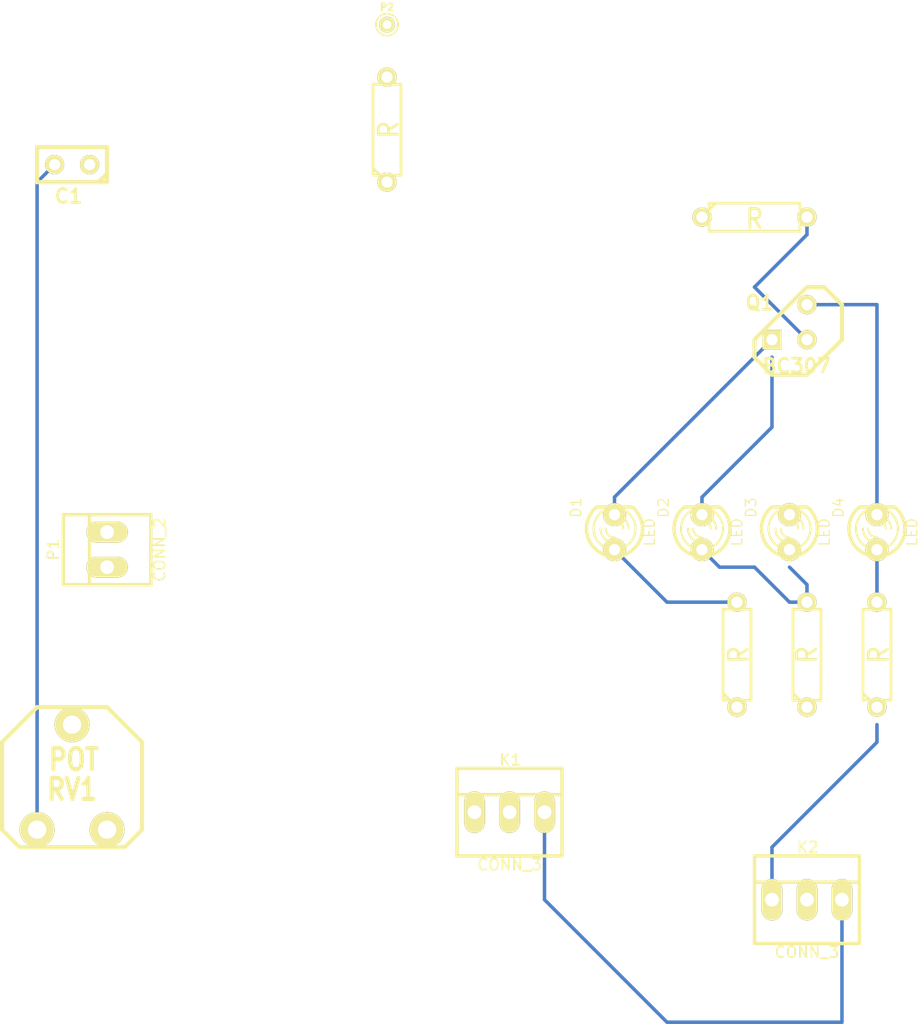
<source format=kicad_pcb>
(kicad_pcb (version 3) (host pcbnew "(2013-jul-07)-stable")

  (general
    (links 18)
    (no_connects 10)
    (area 176.123599 98.49104 243.24945 172.847001)
    (thickness 1.6)
    (drawings 0)
    (tracks 28)
    (zones 0)
    (modules 16)
    (nets 13)
  )

  (page A3)
  (layers
    (15 F.Cu signal)
    (0 B.Cu signal)
    (16 B.Adhes user)
    (17 F.Adhes user)
    (18 B.Paste user)
    (19 F.Paste user)
    (20 B.SilkS user)
    (21 F.SilkS user)
    (22 B.Mask user)
    (23 F.Mask user)
    (24 Dwgs.User user)
    (25 Cmts.User user)
    (26 Eco1.User user)
    (27 Eco2.User user)
    (28 Edge.Cuts user)
  )

  (setup
    (last_trace_width 0.254)
    (trace_clearance 0.254)
    (zone_clearance 0.508)
    (zone_45_only no)
    (trace_min 0.254)
    (segment_width 0.2)
    (edge_width 0.15)
    (via_size 0.889)
    (via_drill 0.635)
    (via_min_size 0.889)
    (via_min_drill 0.508)
    (uvia_size 0.508)
    (uvia_drill 0.127)
    (uvias_allowed no)
    (uvia_min_size 0.508)
    (uvia_min_drill 0.127)
    (pcb_text_width 0.3)
    (pcb_text_size 1 1)
    (mod_edge_width 0.15)
    (mod_text_size 1 1)
    (mod_text_width 0.15)
    (pad_size 2.54 2.54)
    (pad_drill 1.3208)
    (pad_to_mask_clearance 0)
    (aux_axis_origin 0 0)
    (visible_elements FFFFFFBF)
    (pcbplotparams
      (layerselection 3178497)
      (usegerberextensions true)
      (excludeedgelayer true)
      (linewidth 0.150000)
      (plotframeref false)
      (viasonmask false)
      (mode 1)
      (useauxorigin false)
      (hpglpennumber 1)
      (hpglpenspeed 20)
      (hpglpendiameter 15)
      (hpglpenoverlay 2)
      (psnegative false)
      (psa4output false)
      (plotreference true)
      (plotvalue true)
      (plotothertext true)
      (plotinvisibletext false)
      (padsonsilk false)
      (subtractmaskfromsilk false)
      (outputformat 1)
      (mirror false)
      (drillshape 1)
      (scaleselection 1)
      (outputdirectory k))
  )

  (net 0 NoConnection1)
  (net 1 GND)
  (net 2 N-000001)
  (net 3 N-0000012)
  (net 4 N-0000014)
  (net 5 N-0000016)
  (net 6 N-0000017)
  (net 7 N-000002)
  (net 8 N-000003)
  (net 9 N-000004)
  (net 10 N-000005)
  (net 11 N-000006)
  (net 12 N-000009)

  (net_class Default "Esta é a classe de net default."
    (clearance 0.254)
    (trace_width 0.254)
    (via_dia 0.889)
    (via_drill 0.635)
    (uvia_dia 0.508)
    (uvia_drill 0.127)
    (add_net GND)
    (add_net N-000001)
    (add_net N-0000012)
    (add_net N-0000014)
    (add_net N-0000016)
    (add_net N-0000017)
    (add_net N-000002)
    (add_net N-000003)
    (add_net N-000004)
    (add_net N-000005)
    (add_net N-000006)
    (add_net N-000009)
    (add_net NoConnection1)
  )

  (module TO92-EBC (layer F.Cu) (tedit 4718C1A9) (tstamp 55B18B7B)
    (at 233.68 121.92 180)
    (descr "Transistor TO92 brochage type BC237")
    (tags "TR TO92")
    (path /55A90882)
    (fp_text reference Q1 (at 2.159 1.397 180) (layer F.SilkS)
      (effects (font (size 1.016 1.016) (thickness 0.2032)))
    )
    (fp_text value BC307 (at -0.508 -3.175 180) (layer F.SilkS)
      (effects (font (size 1.016 1.016) (thickness 0.2032)))
    )
    (fp_line (start -1.27 2.54) (end 2.54 -1.27) (layer F.SilkS) (width 0.3048))
    (fp_line (start 2.54 -1.27) (end 2.54 -2.54) (layer F.SilkS) (width 0.3048))
    (fp_line (start 2.54 -2.54) (end 1.27 -3.81) (layer F.SilkS) (width 0.3048))
    (fp_line (start 1.27 -3.81) (end -1.27 -3.81) (layer F.SilkS) (width 0.3048))
    (fp_line (start -1.27 -3.81) (end -3.81 -1.27) (layer F.SilkS) (width 0.3048))
    (fp_line (start -3.81 -1.27) (end -3.81 1.27) (layer F.SilkS) (width 0.3048))
    (fp_line (start -3.81 1.27) (end -2.54 2.54) (layer F.SilkS) (width 0.3048))
    (fp_line (start -2.54 2.54) (end -1.27 2.54) (layer F.SilkS) (width 0.3048))
    (pad E thru_hole rect (at 1.27 -1.27 180) (size 1.397 1.397) (drill 0.8128)
      (layers *.Cu *.Mask F.SilkS)
      (net 9 N-000004)
    )
    (pad B thru_hole circle (at -1.27 -1.27 180) (size 1.397 1.397) (drill 0.8128)
      (layers *.Cu *.Mask F.SilkS)
      (net 12 N-000009)
    )
    (pad C thru_hole circle (at -1.27 1.27 180) (size 1.397 1.397) (drill 0.8128)
      (layers *.Cu *.Mask F.SilkS)
      (net 10 N-000005)
    )
    (model discret/to98.wrl
      (at (xyz 0 0 0))
      (scale (xyz 1 1 1))
      (rotate (xyz 0 0 0))
    )
  )

  (module R3 (layer F.Cu) (tedit 4E4C0E65) (tstamp 55B18555)
    (at 240.03 146.05 90)
    (descr "Resitance 3 pas")
    (tags R)
    (path /55A81A15)
    (autoplace_cost180 10)
    (fp_text reference R5 (at 0 0.127 90) (layer F.SilkS) hide
      (effects (font (size 1.397 1.27) (thickness 0.2032)))
    )
    (fp_text value R (at 0 0.127 90) (layer F.SilkS)
      (effects (font (size 1.397 1.27) (thickness 0.2032)))
    )
    (fp_line (start -3.81 0) (end -3.302 0) (layer F.SilkS) (width 0.2032))
    (fp_line (start 3.81 0) (end 3.302 0) (layer F.SilkS) (width 0.2032))
    (fp_line (start 3.302 0) (end 3.302 -1.016) (layer F.SilkS) (width 0.2032))
    (fp_line (start 3.302 -1.016) (end -3.302 -1.016) (layer F.SilkS) (width 0.2032))
    (fp_line (start -3.302 -1.016) (end -3.302 1.016) (layer F.SilkS) (width 0.2032))
    (fp_line (start -3.302 1.016) (end 3.302 1.016) (layer F.SilkS) (width 0.2032))
    (fp_line (start 3.302 1.016) (end 3.302 0) (layer F.SilkS) (width 0.2032))
    (fp_line (start -3.302 -0.508) (end -2.794 -1.016) (layer F.SilkS) (width 0.2032))
    (pad 1 thru_hole circle (at -3.81 0 90) (size 1.397 1.397) (drill 0.8128)
      (layers *.Cu *.Mask F.SilkS)
      (net 3 N-0000012)
    )
    (pad 2 thru_hole circle (at 3.81 0 90) (size 1.397 1.397) (drill 0.8128)
      (layers *.Cu *.Mask F.SilkS)
      (net 4 N-0000014)
    )
    (model discret/resistor.wrl
      (at (xyz 0 0 0))
      (scale (xyz 0.3 0.3 0.3))
      (rotate (xyz 0 0 0))
    )
  )

  (module R3 (layer F.Cu) (tedit 55B1873C) (tstamp 55B18563)
    (at 234.95 146.05 90)
    (descr "Resitance 3 pas")
    (tags R)
    (path /55A81A24)
    (autoplace_cost180 10)
    (fp_text reference R4 (at 0 0.127 90) (layer F.SilkS) hide
      (effects (font (size 1.397 1.27) (thickness 0.2032)))
    )
    (fp_text value R (at 0 0 90) (layer F.SilkS)
      (effects (font (size 1.397 1.27) (thickness 0.2032)))
    )
    (fp_line (start -3.81 0) (end -3.302 0) (layer F.SilkS) (width 0.2032))
    (fp_line (start 3.81 0) (end 3.302 0) (layer F.SilkS) (width 0.2032))
    (fp_line (start 3.302 0) (end 3.302 -1.016) (layer F.SilkS) (width 0.2032))
    (fp_line (start 3.302 -1.016) (end -3.302 -1.016) (layer F.SilkS) (width 0.2032))
    (fp_line (start -3.302 -1.016) (end -3.302 1.016) (layer F.SilkS) (width 0.2032))
    (fp_line (start -3.302 1.016) (end 3.302 1.016) (layer F.SilkS) (width 0.2032))
    (fp_line (start 3.302 1.016) (end 3.302 0) (layer F.SilkS) (width 0.2032))
    (fp_line (start -3.302 -0.508) (end -2.794 -1.016) (layer F.SilkS) (width 0.2032))
    (pad 1 thru_hole circle (at -3.81 0 90) (size 1.397 1.397) (drill 0.8128)
      (layers *.Cu *.Mask F.SilkS)
      (net 3 N-0000012)
    )
    (pad 2 thru_hole circle (at 3.81 0 90) (size 1.397 1.397) (drill 0.8128)
      (layers *.Cu *.Mask F.SilkS)
      (net 5 N-0000016)
    )
    (model discret/resistor.wrl
      (at (xyz 0 0 0))
      (scale (xyz 0.3 0.3 0.3))
      (rotate (xyz 0 0 0))
    )
  )

  (module R3 (layer F.Cu) (tedit 4E4C0E65) (tstamp 55B18571)
    (at 229.87 146.05 90)
    (descr "Resitance 3 pas")
    (tags R)
    (path /55A81A33)
    (autoplace_cost180 10)
    (fp_text reference R3 (at 0 0.127 90) (layer F.SilkS) hide
      (effects (font (size 1.397 1.27) (thickness 0.2032)))
    )
    (fp_text value R (at 0 0.127 90) (layer F.SilkS)
      (effects (font (size 1.397 1.27) (thickness 0.2032)))
    )
    (fp_line (start -3.81 0) (end -3.302 0) (layer F.SilkS) (width 0.2032))
    (fp_line (start 3.81 0) (end 3.302 0) (layer F.SilkS) (width 0.2032))
    (fp_line (start 3.302 0) (end 3.302 -1.016) (layer F.SilkS) (width 0.2032))
    (fp_line (start 3.302 -1.016) (end -3.302 -1.016) (layer F.SilkS) (width 0.2032))
    (fp_line (start -3.302 -1.016) (end -3.302 1.016) (layer F.SilkS) (width 0.2032))
    (fp_line (start -3.302 1.016) (end 3.302 1.016) (layer F.SilkS) (width 0.2032))
    (fp_line (start 3.302 1.016) (end 3.302 0) (layer F.SilkS) (width 0.2032))
    (fp_line (start -3.302 -0.508) (end -2.794 -1.016) (layer F.SilkS) (width 0.2032))
    (pad 1 thru_hole circle (at -3.81 0 90) (size 1.397 1.397) (drill 0.8128)
      (layers *.Cu *.Mask F.SilkS)
      (net 3 N-0000012)
    )
    (pad 2 thru_hole circle (at 3.81 0 90) (size 1.397 1.397) (drill 0.8128)
      (layers *.Cu *.Mask F.SilkS)
      (net 11 N-000006)
    )
    (model discret/resistor.wrl
      (at (xyz 0 0 0))
      (scale (xyz 0.3 0.3 0.3))
      (rotate (xyz 0 0 0))
    )
  )

  (module R3 (layer F.Cu) (tedit 4E4C0E65) (tstamp 55B1857F)
    (at 231.14 114.3)
    (descr "Resitance 3 pas")
    (tags R)
    (path /55A81A42)
    (autoplace_cost180 10)
    (fp_text reference R2 (at 0 0.127) (layer F.SilkS) hide
      (effects (font (size 1.397 1.27) (thickness 0.2032)))
    )
    (fp_text value R (at 0 0.127) (layer F.SilkS)
      (effects (font (size 1.397 1.27) (thickness 0.2032)))
    )
    (fp_line (start -3.81 0) (end -3.302 0) (layer F.SilkS) (width 0.2032))
    (fp_line (start 3.81 0) (end 3.302 0) (layer F.SilkS) (width 0.2032))
    (fp_line (start 3.302 0) (end 3.302 -1.016) (layer F.SilkS) (width 0.2032))
    (fp_line (start 3.302 -1.016) (end -3.302 -1.016) (layer F.SilkS) (width 0.2032))
    (fp_line (start -3.302 -1.016) (end -3.302 1.016) (layer F.SilkS) (width 0.2032))
    (fp_line (start -3.302 1.016) (end 3.302 1.016) (layer F.SilkS) (width 0.2032))
    (fp_line (start 3.302 1.016) (end 3.302 0) (layer F.SilkS) (width 0.2032))
    (fp_line (start -3.302 -0.508) (end -2.794 -1.016) (layer F.SilkS) (width 0.2032))
    (pad 1 thru_hole circle (at -3.81 0) (size 1.397 1.397) (drill 0.8128)
      (layers *.Cu *.Mask F.SilkS)
      (net 6 N-0000017)
    )
    (pad 2 thru_hole circle (at 3.81 0) (size 1.397 1.397) (drill 0.8128)
      (layers *.Cu *.Mask F.SilkS)
      (net 12 N-000009)
    )
    (model discret/resistor.wrl
      (at (xyz 0 0 0))
      (scale (xyz 0.3 0.3 0.3))
      (rotate (xyz 0 0 0))
    )
  )

  (module R3 (layer F.Cu) (tedit 4E4C0E65) (tstamp 55B1858D)
    (at 204.47 107.95 90)
    (descr "Resitance 3 pas")
    (tags R)
    (path /55A81C5D)
    (autoplace_cost180 10)
    (fp_text reference R1 (at 0 0.127 90) (layer F.SilkS) hide
      (effects (font (size 1.397 1.27) (thickness 0.2032)))
    )
    (fp_text value R (at 0 0.127 90) (layer F.SilkS)
      (effects (font (size 1.397 1.27) (thickness 0.2032)))
    )
    (fp_line (start -3.81 0) (end -3.302 0) (layer F.SilkS) (width 0.2032))
    (fp_line (start 3.81 0) (end 3.302 0) (layer F.SilkS) (width 0.2032))
    (fp_line (start 3.302 0) (end 3.302 -1.016) (layer F.SilkS) (width 0.2032))
    (fp_line (start 3.302 -1.016) (end -3.302 -1.016) (layer F.SilkS) (width 0.2032))
    (fp_line (start -3.302 -1.016) (end -3.302 1.016) (layer F.SilkS) (width 0.2032))
    (fp_line (start -3.302 1.016) (end 3.302 1.016) (layer F.SilkS) (width 0.2032))
    (fp_line (start 3.302 1.016) (end 3.302 0) (layer F.SilkS) (width 0.2032))
    (fp_line (start -3.302 -0.508) (end -2.794 -1.016) (layer F.SilkS) (width 0.2032))
    (pad 1 thru_hole circle (at -3.81 0 90) (size 1.397 1.397) (drill 0.8128)
      (layers *.Cu *.Mask F.SilkS)
      (net 8 N-000003)
    )
    (pad 2 thru_hole circle (at 3.81 0 90) (size 1.397 1.397) (drill 0.8128)
      (layers *.Cu *.Mask F.SilkS)
      (net 6 N-0000017)
    )
    (model discret/resistor.wrl
      (at (xyz 0 0 0))
      (scale (xyz 0.3 0.3 0.3))
      (rotate (xyz 0 0 0))
    )
  )

  (module PINTST (layer F.Cu) (tedit 3D649DF9) (tstamp 55B189BF)
    (at 204.47 100.33)
    (descr "module 1 pin (ou trou mecanique de percage)")
    (tags DEV)
    (path /55A90C9A)
    (fp_text reference P2 (at 0 -1.26746) (layer F.SilkS)
      (effects (font (size 0.508 0.508) (thickness 0.127)))
    )
    (fp_text value CONN_1 (at 0 1.27) (layer F.SilkS) hide
      (effects (font (size 0.508 0.508) (thickness 0.127)))
    )
    (fp_circle (center 0 0) (end -0.254 -0.762) (layer F.SilkS) (width 0.127))
    (pad 1 thru_hole circle (at 0 0) (size 1.143 1.143) (drill 0.635)
      (layers *.Cu *.Mask F.SilkS)
      (net 6 N-0000017)
    )
    (model pin_array/pin_array_1x1.wrl
      (at (xyz 0 0 0))
      (scale (xyz 1 1 1))
      (rotate (xyz 0 0 0))
    )
  )

  (module PINHEAD1-3 (layer F.Cu) (tedit 52166174) (tstamp 55B1859F)
    (at 234.95 163.83)
    (path /55A81613)
    (attr virtual)
    (fp_text reference K2 (at 0.05 -3.8) (layer F.SilkS)
      (effects (font (size 0.8 0.8) (thickness 0.12)))
    )
    (fp_text value CONN_3 (at 0 3.81) (layer F.SilkS)
      (effects (font (size 0.8 0.8) (thickness 0.12)))
    )
    (fp_line (start -3.81 -3.175) (end -3.81 3.175) (layer F.SilkS) (width 0.254))
    (fp_line (start 3.81 -3.175) (end 3.81 3.175) (layer F.SilkS) (width 0.254))
    (fp_line (start 3.81 -1.27) (end -3.81 -1.27) (layer F.SilkS) (width 0.254))
    (fp_line (start -3.81 -3.175) (end 3.81 -3.175) (layer F.SilkS) (width 0.254))
    (fp_line (start 3.81 3.175) (end -3.81 3.175) (layer F.SilkS) (width 0.254))
    (pad 1 thru_hole oval (at -2.54 0) (size 1.50622 3.01498) (drill 0.99822)
      (layers *.Cu *.Mask F.SilkS)
      (net 3 N-0000012)
    )
    (pad 2 thru_hole oval (at 0 0) (size 1.50622 3.01498) (drill 0.99822)
      (layers *.Cu *.Mask F.SilkS)
    )
    (pad 3 thru_hole oval (at 2.54 0) (size 1.50622 3.01498) (drill 0.99822)
      (layers *.Cu *.Mask F.SilkS)
      (net 1 GND)
    )
  )

  (module PINHEAD1-3 (layer F.Cu) (tedit 52166174) (tstamp 55B18BF8)
    (at 213.36 157.48)
    (path /55A81781)
    (attr virtual)
    (fp_text reference K1 (at 0.05 -3.8) (layer F.SilkS)
      (effects (font (size 0.8 0.8) (thickness 0.12)))
    )
    (fp_text value CONN_3 (at 0 3.81) (layer F.SilkS)
      (effects (font (size 0.8 0.8) (thickness 0.12)))
    )
    (fp_line (start -3.81 -3.175) (end -3.81 3.175) (layer F.SilkS) (width 0.254))
    (fp_line (start 3.81 -3.175) (end 3.81 3.175) (layer F.SilkS) (width 0.254))
    (fp_line (start 3.81 -1.27) (end -3.81 -1.27) (layer F.SilkS) (width 0.254))
    (fp_line (start -3.81 -3.175) (end 3.81 -3.175) (layer F.SilkS) (width 0.254))
    (fp_line (start 3.81 3.175) (end -3.81 3.175) (layer F.SilkS) (width 0.254))
    (pad 1 thru_hole oval (at -2.54 0) (size 1.50622 3.01498) (drill 0.99822)
      (layers *.Cu *.Mask F.SilkS)
      (net 3 N-0000012)
    )
    (pad 2 thru_hole oval (at 0 0) (size 1.50622 3.01498) (drill 0.99822)
      (layers *.Cu *.Mask F.SilkS)
    )
    (pad 3 thru_hole oval (at 2.54 0) (size 1.50622 3.01498) (drill 0.99822)
      (layers *.Cu *.Mask F.SilkS)
      (net 1 GND)
    )
  )

  (module PINHEAD1-2 (layer F.Cu) (tedit 5216611E) (tstamp 55B185B6)
    (at 184.15 138.43 90)
    (path /55A81A89)
    (attr virtual)
    (fp_text reference P1 (at 0 -3.9 90) (layer F.SilkS)
      (effects (font (size 0.8 0.8) (thickness 0.12)))
    )
    (fp_text value CONN_2 (at 0 3.81 90) (layer F.SilkS)
      (effects (font (size 0.8 0.8) (thickness 0.12)))
    )
    (fp_line (start 2.54 -1.27) (end -2.54 -1.27) (layer F.SilkS) (width 0.254))
    (fp_line (start 2.54 3.175) (end -2.54 3.175) (layer F.SilkS) (width 0.254))
    (fp_line (start -2.54 -3.175) (end 2.54 -3.175) (layer F.SilkS) (width 0.254))
    (fp_line (start -2.54 -3.175) (end -2.54 3.175) (layer F.SilkS) (width 0.254))
    (fp_line (start 2.54 -3.175) (end 2.54 3.175) (layer F.SilkS) (width 0.254))
    (pad 1 thru_hole oval (at -1.27 0 90) (size 1.50622 3.01498) (drill 0.99822)
      (layers *.Cu *.Mask F.SilkS)
    )
    (pad 2 thru_hole oval (at 1.27 0 90) (size 1.50622 3.01498) (drill 0.99822)
      (layers *.Cu *.Mask F.SilkS)
      (net 2 N-000001)
    )
  )

  (module LED-3MM (layer F.Cu) (tedit 50ADE848) (tstamp 55B185CF)
    (at 220.98 137.16 90)
    (descr "LED 3mm - Lead pitch 100mil (2,54mm)")
    (tags "LED led 3mm 3MM 100mil 2,54mm")
    (path /55A80F62)
    (fp_text reference D1 (at 1.778 -2.794 90) (layer F.SilkS)
      (effects (font (size 0.762 0.762) (thickness 0.0889)))
    )
    (fp_text value LED (at 0 2.54 90) (layer F.SilkS)
      (effects (font (size 0.762 0.762) (thickness 0.0889)))
    )
    (fp_line (start 1.8288 1.27) (end 1.8288 -1.27) (layer F.SilkS) (width 0.254))
    (fp_arc (start 0.254 0) (end -1.27 0) (angle 39.8) (layer F.SilkS) (width 0.1524))
    (fp_arc (start 0.254 0) (end -0.88392 1.01092) (angle 41.6) (layer F.SilkS) (width 0.1524))
    (fp_arc (start 0.254 0) (end 1.4097 -0.9906) (angle 40.6) (layer F.SilkS) (width 0.1524))
    (fp_arc (start 0.254 0) (end 1.778 0) (angle 39.8) (layer F.SilkS) (width 0.1524))
    (fp_arc (start 0.254 0) (end 0.254 -1.524) (angle 54.4) (layer F.SilkS) (width 0.1524))
    (fp_arc (start 0.254 0) (end -0.9652 -0.9144) (angle 53.1) (layer F.SilkS) (width 0.1524))
    (fp_arc (start 0.254 0) (end 1.45542 0.93472) (angle 52.1) (layer F.SilkS) (width 0.1524))
    (fp_arc (start 0.254 0) (end 0.254 1.524) (angle 52.1) (layer F.SilkS) (width 0.1524))
    (fp_arc (start 0.254 0) (end -0.381 0) (angle 90) (layer F.SilkS) (width 0.1524))
    (fp_arc (start 0.254 0) (end -0.762 0) (angle 90) (layer F.SilkS) (width 0.1524))
    (fp_arc (start 0.254 0) (end 0.889 0) (angle 90) (layer F.SilkS) (width 0.1524))
    (fp_arc (start 0.254 0) (end 1.27 0) (angle 90) (layer F.SilkS) (width 0.1524))
    (fp_arc (start 0.254 0) (end 0.254 -2.032) (angle 50.1) (layer F.SilkS) (width 0.254))
    (fp_arc (start 0.254 0) (end -1.5367 -0.95504) (angle 61.9) (layer F.SilkS) (width 0.254))
    (fp_arc (start 0.254 0) (end 1.8034 1.31064) (angle 49.7) (layer F.SilkS) (width 0.254))
    (fp_arc (start 0.254 0) (end 0.254 2.032) (angle 60.2) (layer F.SilkS) (width 0.254))
    (fp_arc (start 0.254 0) (end -1.778 0) (angle 28.3) (layer F.SilkS) (width 0.254))
    (fp_arc (start 0.254 0) (end -1.47574 1.06426) (angle 31.6) (layer F.SilkS) (width 0.254))
    (pad 1 thru_hole circle (at -1.27 0 90) (size 1.6764 1.6764) (drill 0.8128)
      (layers *.Cu *.Mask F.SilkS)
      (net 11 N-000006)
    )
    (pad 2 thru_hole circle (at 1.27 0 90) (size 1.6764 1.6764) (drill 0.8128)
      (layers *.Cu *.Mask F.SilkS)
      (net 9 N-000004)
    )
    (model discret/leds/led3_vertical_verde.wrl
      (at (xyz 0 0 0))
      (scale (xyz 1 1 1))
      (rotate (xyz 0 0 0))
    )
  )

  (module LED-3MM (layer F.Cu) (tedit 50ADE848) (tstamp 55B185E8)
    (at 233.68 137.16 90)
    (descr "LED 3mm - Lead pitch 100mil (2,54mm)")
    (tags "LED led 3mm 3MM 100mil 2,54mm")
    (path /55A81143)
    (fp_text reference D3 (at 1.778 -2.794 90) (layer F.SilkS)
      (effects (font (size 0.762 0.762) (thickness 0.0889)))
    )
    (fp_text value LED (at 0 2.54 90) (layer F.SilkS)
      (effects (font (size 0.762 0.762) (thickness 0.0889)))
    )
    (fp_line (start 1.8288 1.27) (end 1.8288 -1.27) (layer F.SilkS) (width 0.254))
    (fp_arc (start 0.254 0) (end -1.27 0) (angle 39.8) (layer F.SilkS) (width 0.1524))
    (fp_arc (start 0.254 0) (end -0.88392 1.01092) (angle 41.6) (layer F.SilkS) (width 0.1524))
    (fp_arc (start 0.254 0) (end 1.4097 -0.9906) (angle 40.6) (layer F.SilkS) (width 0.1524))
    (fp_arc (start 0.254 0) (end 1.778 0) (angle 39.8) (layer F.SilkS) (width 0.1524))
    (fp_arc (start 0.254 0) (end 0.254 -1.524) (angle 54.4) (layer F.SilkS) (width 0.1524))
    (fp_arc (start 0.254 0) (end -0.9652 -0.9144) (angle 53.1) (layer F.SilkS) (width 0.1524))
    (fp_arc (start 0.254 0) (end 1.45542 0.93472) (angle 52.1) (layer F.SilkS) (width 0.1524))
    (fp_arc (start 0.254 0) (end 0.254 1.524) (angle 52.1) (layer F.SilkS) (width 0.1524))
    (fp_arc (start 0.254 0) (end -0.381 0) (angle 90) (layer F.SilkS) (width 0.1524))
    (fp_arc (start 0.254 0) (end -0.762 0) (angle 90) (layer F.SilkS) (width 0.1524))
    (fp_arc (start 0.254 0) (end 0.889 0) (angle 90) (layer F.SilkS) (width 0.1524))
    (fp_arc (start 0.254 0) (end 1.27 0) (angle 90) (layer F.SilkS) (width 0.1524))
    (fp_arc (start 0.254 0) (end 0.254 -2.032) (angle 50.1) (layer F.SilkS) (width 0.254))
    (fp_arc (start 0.254 0) (end -1.5367 -0.95504) (angle 61.9) (layer F.SilkS) (width 0.254))
    (fp_arc (start 0.254 0) (end 1.8034 1.31064) (angle 49.7) (layer F.SilkS) (width 0.254))
    (fp_arc (start 0.254 0) (end 0.254 2.032) (angle 60.2) (layer F.SilkS) (width 0.254))
    (fp_arc (start 0.254 0) (end -1.778 0) (angle 28.3) (layer F.SilkS) (width 0.254))
    (fp_arc (start 0.254 0) (end -1.47574 1.06426) (angle 31.6) (layer F.SilkS) (width 0.254))
    (pad 1 thru_hole circle (at -1.27 0 90) (size 1.6764 1.6764) (drill 0.8128)
      (layers *.Cu *.Mask F.SilkS)
      (net 5 N-0000016)
    )
    (pad 2 thru_hole circle (at 1.27 0 90) (size 1.6764 1.6764) (drill 0.8128)
      (layers *.Cu *.Mask F.SilkS)
    )
    (model discret/leds/led3_vertical_verde.wrl
      (at (xyz 0 0 0))
      (scale (xyz 1 1 1))
      (rotate (xyz 0 0 0))
    )
  )

  (module LED-3MM (layer F.Cu) (tedit 50ADE848) (tstamp 55B189F8)
    (at 227.33 137.16 90)
    (descr "LED 3mm - Lead pitch 100mil (2,54mm)")
    (tags "LED led 3mm 3MM 100mil 2,54mm")
    (path /55A81152)
    (fp_text reference D2 (at 1.778 -2.794 90) (layer F.SilkS)
      (effects (font (size 0.762 0.762) (thickness 0.0889)))
    )
    (fp_text value LED (at 0 2.54 90) (layer F.SilkS)
      (effects (font (size 0.762 0.762) (thickness 0.0889)))
    )
    (fp_line (start 1.8288 1.27) (end 1.8288 -1.27) (layer F.SilkS) (width 0.254))
    (fp_arc (start 0.254 0) (end -1.27 0) (angle 39.8) (layer F.SilkS) (width 0.1524))
    (fp_arc (start 0.254 0) (end -0.88392 1.01092) (angle 41.6) (layer F.SilkS) (width 0.1524))
    (fp_arc (start 0.254 0) (end 1.4097 -0.9906) (angle 40.6) (layer F.SilkS) (width 0.1524))
    (fp_arc (start 0.254 0) (end 1.778 0) (angle 39.8) (layer F.SilkS) (width 0.1524))
    (fp_arc (start 0.254 0) (end 0.254 -1.524) (angle 54.4) (layer F.SilkS) (width 0.1524))
    (fp_arc (start 0.254 0) (end -0.9652 -0.9144) (angle 53.1) (layer F.SilkS) (width 0.1524))
    (fp_arc (start 0.254 0) (end 1.45542 0.93472) (angle 52.1) (layer F.SilkS) (width 0.1524))
    (fp_arc (start 0.254 0) (end 0.254 1.524) (angle 52.1) (layer F.SilkS) (width 0.1524))
    (fp_arc (start 0.254 0) (end -0.381 0) (angle 90) (layer F.SilkS) (width 0.1524))
    (fp_arc (start 0.254 0) (end -0.762 0) (angle 90) (layer F.SilkS) (width 0.1524))
    (fp_arc (start 0.254 0) (end 0.889 0) (angle 90) (layer F.SilkS) (width 0.1524))
    (fp_arc (start 0.254 0) (end 1.27 0) (angle 90) (layer F.SilkS) (width 0.1524))
    (fp_arc (start 0.254 0) (end 0.254 -2.032) (angle 50.1) (layer F.SilkS) (width 0.254))
    (fp_arc (start 0.254 0) (end -1.5367 -0.95504) (angle 61.9) (layer F.SilkS) (width 0.254))
    (fp_arc (start 0.254 0) (end 1.8034 1.31064) (angle 49.7) (layer F.SilkS) (width 0.254))
    (fp_arc (start 0.254 0) (end 0.254 2.032) (angle 60.2) (layer F.SilkS) (width 0.254))
    (fp_arc (start 0.254 0) (end -1.778 0) (angle 28.3) (layer F.SilkS) (width 0.254))
    (fp_arc (start 0.254 0) (end -1.47574 1.06426) (angle 31.6) (layer F.SilkS) (width 0.254))
    (pad 1 thru_hole circle (at -1.27 0 90) (size 1.6764 1.6764) (drill 0.8128)
      (layers *.Cu *.Mask F.SilkS)
      (net 5 N-0000016)
    )
    (pad 2 thru_hole circle (at 1.27 0 90) (size 1.6764 1.6764) (drill 0.8128)
      (layers *.Cu *.Mask F.SilkS)
      (net 9 N-000004)
    )
    (model discret/leds/led3_vertical_verde.wrl
      (at (xyz 0 0 0))
      (scale (xyz 1 1 1))
      (rotate (xyz 0 0 0))
    )
  )

  (module LED-3MM (layer F.Cu) (tedit 50ADE848) (tstamp 55B1861A)
    (at 240.03 137.16 90)
    (descr "LED 3mm - Lead pitch 100mil (2,54mm)")
    (tags "LED led 3mm 3MM 100mil 2,54mm")
    (path /55A81412)
    (fp_text reference D4 (at 1.778 -2.794 90) (layer F.SilkS)
      (effects (font (size 0.762 0.762) (thickness 0.0889)))
    )
    (fp_text value LED (at 0 2.54 90) (layer F.SilkS)
      (effects (font (size 0.762 0.762) (thickness 0.0889)))
    )
    (fp_line (start 1.8288 1.27) (end 1.8288 -1.27) (layer F.SilkS) (width 0.254))
    (fp_arc (start 0.254 0) (end -1.27 0) (angle 39.8) (layer F.SilkS) (width 0.1524))
    (fp_arc (start 0.254 0) (end -0.88392 1.01092) (angle 41.6) (layer F.SilkS) (width 0.1524))
    (fp_arc (start 0.254 0) (end 1.4097 -0.9906) (angle 40.6) (layer F.SilkS) (width 0.1524))
    (fp_arc (start 0.254 0) (end 1.778 0) (angle 39.8) (layer F.SilkS) (width 0.1524))
    (fp_arc (start 0.254 0) (end 0.254 -1.524) (angle 54.4) (layer F.SilkS) (width 0.1524))
    (fp_arc (start 0.254 0) (end -0.9652 -0.9144) (angle 53.1) (layer F.SilkS) (width 0.1524))
    (fp_arc (start 0.254 0) (end 1.45542 0.93472) (angle 52.1) (layer F.SilkS) (width 0.1524))
    (fp_arc (start 0.254 0) (end 0.254 1.524) (angle 52.1) (layer F.SilkS) (width 0.1524))
    (fp_arc (start 0.254 0) (end -0.381 0) (angle 90) (layer F.SilkS) (width 0.1524))
    (fp_arc (start 0.254 0) (end -0.762 0) (angle 90) (layer F.SilkS) (width 0.1524))
    (fp_arc (start 0.254 0) (end 0.889 0) (angle 90) (layer F.SilkS) (width 0.1524))
    (fp_arc (start 0.254 0) (end 1.27 0) (angle 90) (layer F.SilkS) (width 0.1524))
    (fp_arc (start 0.254 0) (end 0.254 -2.032) (angle 50.1) (layer F.SilkS) (width 0.254))
    (fp_arc (start 0.254 0) (end -1.5367 -0.95504) (angle 61.9) (layer F.SilkS) (width 0.254))
    (fp_arc (start 0.254 0) (end 1.8034 1.31064) (angle 49.7) (layer F.SilkS) (width 0.254))
    (fp_arc (start 0.254 0) (end 0.254 2.032) (angle 60.2) (layer F.SilkS) (width 0.254))
    (fp_arc (start 0.254 0) (end -1.778 0) (angle 28.3) (layer F.SilkS) (width 0.254))
    (fp_arc (start 0.254 0) (end -1.47574 1.06426) (angle 31.6) (layer F.SilkS) (width 0.254))
    (pad 1 thru_hole circle (at -1.27 0 90) (size 1.6764 1.6764) (drill 0.8128)
      (layers *.Cu *.Mask F.SilkS)
      (net 4 N-0000014)
    )
    (pad 2 thru_hole circle (at 1.27 0 90) (size 1.6764 1.6764) (drill 0.8128)
      (layers *.Cu *.Mask F.SilkS)
      (net 10 N-000005)
    )
    (model discret/leds/led3_vertical_verde.wrl
      (at (xyz 0 0 0))
      (scale (xyz 1 1 1))
      (rotate (xyz 0 0 0))
    )
  )

  (module CVAR3X2 (layer F.Cu) (tedit 55B6B906) (tstamp 55B18629)
    (at 181.61 154.94)
    (descr "Condensateur ajustable")
    (tags "C DEV")
    (path /55A81BDD)
    (fp_text reference RV1 (at 0 0.889) (layer F.SilkS)
      (effects (font (size 1.524 1.27) (thickness 0.3048)))
    )
    (fp_text value POT (at 0.127 -1.27) (layer F.SilkS)
      (effects (font (size 1.524 1.27) (thickness 0.3048)))
    )
    (fp_line (start 2.54 -5.08) (end -2.54 -5.08) (layer F.SilkS) (width 0.3048))
    (fp_line (start -2.54 -5.08) (end -5.08 -2.54) (layer F.SilkS) (width 0.3048))
    (fp_line (start -5.08 -2.54) (end -5.08 3.81) (layer F.SilkS) (width 0.3048))
    (fp_line (start -5.08 3.81) (end -3.81 5.08) (layer F.SilkS) (width 0.3048))
    (fp_line (start -3.81 5.08) (end 3.81 5.08) (layer F.SilkS) (width 0.3048))
    (fp_line (start 3.81 5.08) (end 5.08 3.81) (layer F.SilkS) (width 0.3048))
    (fp_line (start 5.08 3.81) (end 5.08 -2.54) (layer F.SilkS) (width 0.3048))
    (fp_line (start 5.08 -2.54) (end 2.54 -5.08) (layer F.SilkS) (width 0.3048))
    (pad 2 thru_hole circle (at 0 -3.81) (size 2.54 2.54) (drill 1.3208)
      (layers *.Cu *.Mask F.SilkS)
    )
    (pad 1 thru_hole circle (at 2.54 3.81) (size 2.54 2.54) (drill 1.3208)
      (layers *.Cu *.Mask F.SilkS)
      (net 2 N-000001)
    )
    (pad 3 thru_hole circle (at -2.54 3.81) (size 2.54 2.54) (drill 1.3208)
      (layers *.Cu *.Mask F.SilkS)
      (net 7 N-000002)
    )
  )

  (module C1 (layer F.Cu) (tedit 3F92C496) (tstamp 55B18634)
    (at 181.61 110.49 180)
    (descr "Condensateur e = 1 pas")
    (tags C)
    (path /55A81A51)
    (fp_text reference C1 (at 0.254 -2.286 180) (layer F.SilkS)
      (effects (font (size 1.016 1.016) (thickness 0.2032)))
    )
    (fp_text value C (at 0 -2.286 180) (layer F.SilkS) hide
      (effects (font (size 1.016 1.016) (thickness 0.2032)))
    )
    (fp_line (start -2.4892 -1.27) (end 2.54 -1.27) (layer F.SilkS) (width 0.3048))
    (fp_line (start 2.54 -1.27) (end 2.54 1.27) (layer F.SilkS) (width 0.3048))
    (fp_line (start 2.54 1.27) (end -2.54 1.27) (layer F.SilkS) (width 0.3048))
    (fp_line (start -2.54 1.27) (end -2.54 -1.27) (layer F.SilkS) (width 0.3048))
    (fp_line (start -2.54 -0.635) (end -1.905 -1.27) (layer F.SilkS) (width 0.3048))
    (pad 1 thru_hole circle (at -1.27 0 180) (size 1.397 1.397) (drill 0.8128)
      (layers *.Cu *.Mask F.SilkS)
      (net 8 N-000003)
    )
    (pad 2 thru_hole circle (at 1.27 0 180) (size 1.397 1.397) (drill 0.8128)
      (layers *.Cu *.Mask F.SilkS)
      (net 7 N-000002)
    )
    (model discret/capa_1_pas.wrl
      (at (xyz 0 0 0))
      (scale (xyz 1 1 1))
      (rotate (xyz 0 0 0))
    )
  )

  (segment (start 215.9 157.48) (end 215.9 163.83) (width 0.254) (layer B.Cu) (net 1))
  (segment (start 237.49 172.72) (end 237.49 163.83) (width 0.254) (layer B.Cu) (net 1) (tstamp 55B2359C))
  (segment (start 224.79 172.72) (end 237.49 172.72) (width 0.254) (layer B.Cu) (net 1) (tstamp 55B2359A))
  (segment (start 215.9 163.83) (end 224.79 172.72) (width 0.254) (layer B.Cu) (net 1) (tstamp 55B23597))
  (segment (start 232.41 163.83) (end 232.41 160.02) (width 0.254) (layer B.Cu) (net 3))
  (segment (start 240.03 152.4) (end 240.03 151.13) (width 0.254) (layer B.Cu) (net 3) (tstamp 55B2355A))
  (segment (start 232.41 160.02) (end 240.03 152.4) (width 0.254) (layer B.Cu) (net 3) (tstamp 55B23556))
  (segment (start 240.03 142.24) (end 240.03 138.43) (width 0.254) (layer B.Cu) (net 4))
  (segment (start 234.95 142.24) (end 233.68 142.24) (width 0.254) (layer B.Cu) (net 5))
  (segment (start 228.6 139.7) (end 227.33 138.43) (width 0.254) (layer B.Cu) (net 5) (tstamp 55B234E9))
  (segment (start 231.14 139.7) (end 228.6 139.7) (width 0.254) (layer B.Cu) (net 5) (tstamp 55B234E6))
  (segment (start 233.68 142.24) (end 231.14 139.7) (width 0.254) (layer B.Cu) (net 5) (tstamp 55B234E1))
  (segment (start 234.95 142.24) (end 234.95 140.97) (width 0.254) (layer B.Cu) (net 5))
  (segment (start 234.95 140.97) (end 233.68 139.7) (width 0.254) (layer B.Cu) (net 5) (tstamp 55B234DA))
  (segment (start 179.07 158.75) (end 179.07 111.76) (width 0.254) (layer B.Cu) (net 7))
  (segment (start 179.07 111.76) (end 180.34 110.49) (width 0.254) (layer B.Cu) (net 7) (tstamp 55B234C9))
  (segment (start 220.98 135.89) (end 220.98 134.62) (width 0.254) (layer B.Cu) (net 9))
  (segment (start 220.98 134.62) (end 232.41 123.19) (width 0.254) (layer B.Cu) (net 9) (tstamp 55B23514))
  (segment (start 227.33 135.89) (end 227.33 134.62) (width 0.254) (layer B.Cu) (net 9))
  (segment (start 232.41 129.54) (end 232.41 124.46) (width 0.254) (layer B.Cu) (net 9) (tstamp 55B23510))
  (segment (start 227.33 134.62) (end 232.41 129.54) (width 0.254) (layer B.Cu) (net 9) (tstamp 55B23509))
  (segment (start 240.03 135.89) (end 240.03 120.65) (width 0.254) (layer B.Cu) (net 10))
  (segment (start 240.03 120.65) (end 234.95 120.65) (width 0.254) (layer B.Cu) (net 10) (tstamp 55B234F0))
  (segment (start 229.87 142.24) (end 224.79 142.24) (width 0.254) (layer B.Cu) (net 11))
  (segment (start 224.79 142.24) (end 220.98 138.43) (width 0.254) (layer B.Cu) (net 11) (tstamp 55B234D5))
  (segment (start 234.95 114.3) (end 234.95 115.57) (width 0.254) (layer B.Cu) (net 12))
  (segment (start 231.14 119.38) (end 234.95 123.19) (width 0.254) (layer B.Cu) (net 12))
  (segment (start 234.95 115.57) (end 231.14 119.38) (width 0.254) (layer B.Cu) (net 12) (tstamp 55B235CC))

)

</source>
